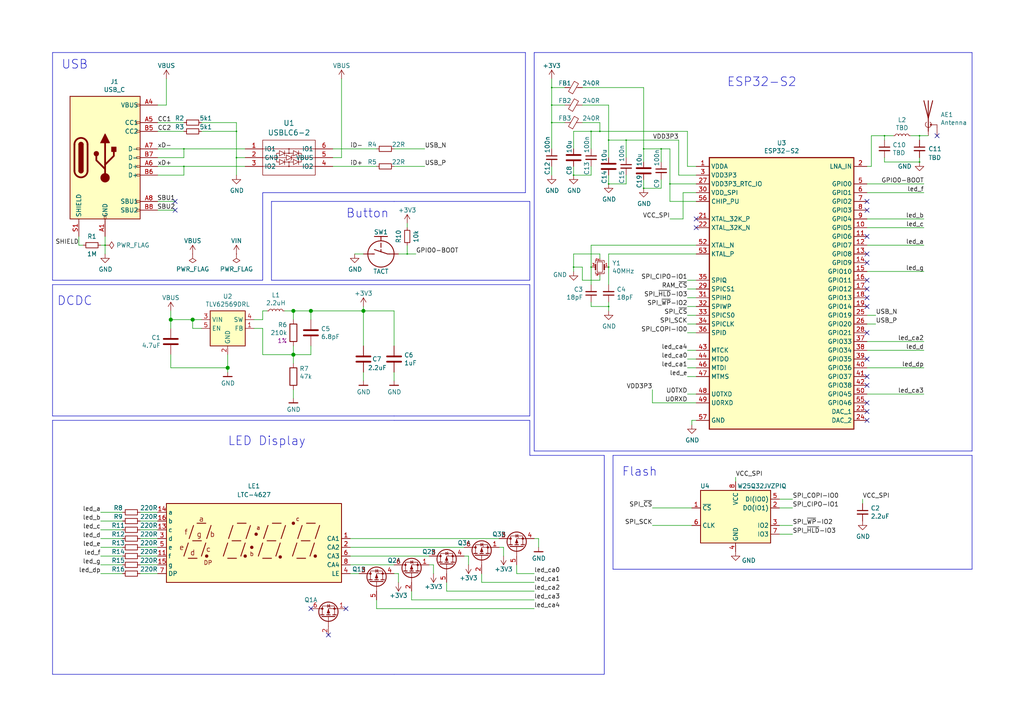
<source format=kicad_sch>
(kicad_sch (version 20201015) (generator eeschema)
  (page 1 1)
  (paper "A4")
  (title_block (title "Wizard Flute (CA)") (date "2020-12-05") (rev "r1.0") (company "GsD") (comment 3 "© 2020 Greg Davill <greg.davill@gmail.com>") (comment 4 "License: CERN OHL-P"))
  (junction (at 30.48 71.12) (diameter 0.3048))
  (junction (at 49.53 92.71) (diameter 1.016))
  (junction (at 53.34 43.18) (diameter 0.3048))
  (junction (at 53.34 48.26) (diameter 0.3048))
  (junction (at 55.88 92.71) (diameter 1.016))
  (junction (at 66.04 106.68) (diameter 1.016))
  (junction (at 68.58 38.1) (diameter 0.3048))
  (junction (at 68.58 45.72) (diameter 0.3048))
  (junction (at 85.09 90.17) (diameter 1))
  (junction (at 85.09 102.87) (diameter 1.016))
  (junction (at 90.17 90.17) (diameter 1))
  (junction (at 105.41 90.17) (diameter 1))
  (junction (at 118.11 73.66) (diameter 0.3048))
  (junction (at 160.02 25.4) (diameter 0.3048))
  (junction (at 160.02 30.48) (diameter 0.3048))
  (junction (at 160.02 35.56) (diameter 0.3048))
  (junction (at 166.37 50.8) (diameter 0.3048))
  (junction (at 166.37 77.47) (diameter 0.3048))
  (junction (at 171.45 38.1) (diameter 0.3048))
  (junction (at 171.45 77.47) (diameter 0.3048))
  (junction (at 173.99 38.1) (diameter 0.3048))
  (junction (at 176.53 40.64) (diameter 0.3048))
  (junction (at 176.53 53.34) (diameter 0.3048))
  (junction (at 176.53 77.47) (diameter 0.3048))
  (junction (at 176.53 88.9) (diameter 0.3048))
  (junction (at 181.61 40.64) (diameter 0.3048))
  (junction (at 186.69 43.18) (diameter 0.3048))
  (junction (at 186.69 54.61) (diameter 0.3048))
  (junction (at 191.77 43.18) (diameter 0.3048))
  (junction (at 194.31 53.34) (diameter 0.3048))
  (junction (at 256.54 39.37) (diameter 0.3048))
  (junction (at 266.7 39.37) (diameter 0.3048))
  (junction (at 266.7 46.99) (diameter 0.3048))
  (no_connect (at 95.25 184.15))
  (no_connect (at 251.46 81.28))
  (no_connect (at 50.8 60.96))
  (no_connect (at 251.46 68.58))
  (no_connect (at 251.46 83.82))
  (no_connect (at 201.93 63.5))
  (no_connect (at 50.8 58.42))
  (no_connect (at 251.46 73.66))
  (no_connect (at 251.46 60.96))
  (no_connect (at 271.78 39.37))
  (no_connect (at 251.46 111.76))
  (no_connect (at 251.46 121.92))
  (no_connect (at 251.46 116.84))
  (no_connect (at 251.46 104.14))
  (no_connect (at 251.46 119.38))
  (no_connect (at 90.17 176.53))
  (no_connect (at 100.33 176.53))
  (no_connect (at 251.46 58.42))
  (no_connect (at 251.46 109.22))
  (no_connect (at 251.46 76.2))
  (no_connect (at 251.46 88.9))
  (no_connect (at 251.46 96.52))
  (no_connect (at 201.93 66.04))
  (no_connect (at 251.46 86.36))
  (wire (pts (xy 22.86 68.58) (xy 22.86 71.12)))
  (wire (pts (xy 22.86 71.12) (xy 24.13 71.12)))
  (wire (pts (xy 29.21 71.12) (xy 30.48 71.12)))
  (wire (pts (xy 29.21 148.59) (xy 35.56 148.59)))
  (wire (pts (xy 29.21 151.13) (xy 35.56 151.13)))
  (wire (pts (xy 29.21 153.67) (xy 35.56 153.67)))
  (wire (pts (xy 29.21 156.21) (xy 35.56 156.21)))
  (wire (pts (xy 29.21 158.75) (xy 35.56 158.75)))
  (wire (pts (xy 29.21 161.29) (xy 35.56 161.29)))
  (wire (pts (xy 29.21 163.83) (xy 35.56 163.83)))
  (wire (pts (xy 29.21 166.37) (xy 35.56 166.37)))
  (wire (pts (xy 30.48 71.12) (xy 30.48 68.58)))
  (wire (pts (xy 30.48 71.12) (xy 30.48 73.66)))
  (wire (pts (xy 40.64 148.59) (xy 45.72 148.59)))
  (wire (pts (xy 40.64 151.13) (xy 45.72 151.13)))
  (wire (pts (xy 40.64 153.67) (xy 45.72 153.67)))
  (wire (pts (xy 40.64 156.21) (xy 45.72 156.21)))
  (wire (pts (xy 40.64 158.75) (xy 45.72 158.75)))
  (wire (pts (xy 40.64 161.29) (xy 45.72 161.29)))
  (wire (pts (xy 40.64 163.83) (xy 45.72 163.83)))
  (wire (pts (xy 40.64 166.37) (xy 45.72 166.37)))
  (wire (pts (xy 45.72 30.48) (xy 48.26 30.48)))
  (wire (pts (xy 45.72 35.56) (xy 53.34 35.56)))
  (wire (pts (xy 45.72 38.1) (xy 53.34 38.1)))
  (wire (pts (xy 45.72 43.18) (xy 53.34 43.18)))
  (wire (pts (xy 45.72 45.72) (xy 53.34 45.72)))
  (wire (pts (xy 45.72 48.26) (xy 53.34 48.26)))
  (wire (pts (xy 45.72 50.8) (xy 53.34 50.8)))
  (wire (pts (xy 45.72 58.42) (xy 50.8 58.42)))
  (wire (pts (xy 45.72 60.96) (xy 50.8 60.96)))
  (wire (pts (xy 48.26 30.48) (xy 48.26 22.86)))
  (wire (pts (xy 49.53 90.17) (xy 49.53 92.71)))
  (wire (pts (xy 49.53 92.71) (xy 49.53 95.25)))
  (wire (pts (xy 49.53 92.71) (xy 55.88 92.71)))
  (wire (pts (xy 49.53 102.87) (xy 49.53 106.68)))
  (wire (pts (xy 49.53 106.68) (xy 66.04 106.68)))
  (wire (pts (xy 53.34 43.18) (xy 71.12 43.18)))
  (wire (pts (xy 53.34 45.72) (xy 53.34 43.18)))
  (wire (pts (xy 53.34 48.26) (xy 71.12 48.26)))
  (wire (pts (xy 53.34 50.8) (xy 53.34 48.26)))
  (wire (pts (xy 55.88 92.71) (xy 58.42 92.71)))
  (wire (pts (xy 55.88 95.25) (xy 55.88 92.71)))
  (wire (pts (xy 58.42 35.56) (xy 68.58 35.56)))
  (wire (pts (xy 58.42 38.1) (xy 68.58 38.1)))
  (wire (pts (xy 58.42 95.25) (xy 55.88 95.25)))
  (wire (pts (xy 66.04 102.87) (xy 66.04 106.68)))
  (wire (pts (xy 66.04 106.68) (xy 66.04 107.95)))
  (wire (pts (xy 68.58 35.56) (xy 68.58 38.1)))
  (wire (pts (xy 68.58 38.1) (xy 68.58 45.72)))
  (wire (pts (xy 68.58 45.72) (xy 68.58 50.8)))
  (wire (pts (xy 71.12 45.72) (xy 68.58 45.72)))
  (wire (pts (xy 76.2 90.17) (xy 76.2 92.71)))
  (wire (pts (xy 76.2 90.17) (xy 77.47 90.17)))
  (wire (pts (xy 76.2 92.71) (xy 73.66 92.71)))
  (wire (pts (xy 76.2 95.25) (xy 73.66 95.25)))
  (wire (pts (xy 76.2 102.87) (xy 76.2 95.25)))
  (wire (pts (xy 82.55 90.17) (xy 85.09 90.17)))
  (wire (pts (xy 85.09 90.17) (xy 85.09 92.71)))
  (wire (pts (xy 85.09 90.17) (xy 90.17 90.17)))
  (wire (pts (xy 85.09 100.33) (xy 85.09 102.87)))
  (wire (pts (xy 85.09 102.87) (xy 76.2 102.87)))
  (wire (pts (xy 85.09 102.87) (xy 85.09 105.41)))
  (wire (pts (xy 85.09 113.03) (xy 85.09 115.57)))
  (wire (pts (xy 90.17 90.17) (xy 90.17 92.71)))
  (wire (pts (xy 90.17 90.17) (xy 105.41 90.17)))
  (wire (pts (xy 90.17 100.33) (xy 90.17 102.87)))
  (wire (pts (xy 90.17 102.87) (xy 85.09 102.87)))
  (wire (pts (xy 96.52 43.18) (xy 109.22 43.18)))
  (wire (pts (xy 96.52 45.72) (xy 99.06 45.72)))
  (wire (pts (xy 96.52 48.26) (xy 109.22 48.26)))
  (wire (pts (xy 99.06 45.72) (xy 99.06 22.86)))
  (wire (pts (xy 101.6 156.21) (xy 144.78 156.21)))
  (wire (pts (xy 101.6 158.75) (xy 134.62 158.75)))
  (wire (pts (xy 101.6 161.29) (xy 124.46 161.29)))
  (wire (pts (xy 101.6 163.83) (xy 114.3 163.83)))
  (wire (pts (xy 101.6 166.37) (xy 104.14 166.37)))
  (wire (pts (xy 105.41 73.66) (xy 102.87 73.66)))
  (wire (pts (xy 105.41 88.9) (xy 105.41 90.17)))
  (wire (pts (xy 105.41 90.17) (xy 105.41 100.33)))
  (wire (pts (xy 105.41 107.95) (xy 105.41 110.49)))
  (wire (pts (xy 109.22 176.53) (xy 109.22 173.99)))
  (wire (pts (xy 114.3 43.18) (xy 123.19 43.18)))
  (wire (pts (xy 114.3 48.26) (xy 123.19 48.26)))
  (wire (pts (xy 114.3 90.17) (xy 105.41 90.17)))
  (wire (pts (xy 114.3 90.17) (xy 114.3 100.33)))
  (wire (pts (xy 114.3 107.95) (xy 114.3 110.49)))
  (wire (pts (xy 114.3 166.37) (xy 115.57 166.37)))
  (wire (pts (xy 115.57 73.66) (xy 118.11 73.66)))
  (wire (pts (xy 115.57 166.37) (xy 115.57 168.91)))
  (wire (pts (xy 118.11 64.77) (xy 118.11 66.04)))
  (wire (pts (xy 118.11 73.66) (xy 118.11 71.12)))
  (wire (pts (xy 118.11 73.66) (xy 120.65 73.66)))
  (wire (pts (xy 119.38 173.99) (xy 119.38 171.45)))
  (wire (pts (xy 124.46 163.83) (xy 125.73 163.83)))
  (wire (pts (xy 125.73 163.83) (xy 125.73 166.37)))
  (wire (pts (xy 129.54 171.45) (xy 129.54 168.91)))
  (wire (pts (xy 134.62 161.29) (xy 135.89 161.29)))
  (wire (pts (xy 135.89 161.29) (xy 135.89 163.83)))
  (wire (pts (xy 139.7 168.91) (xy 139.7 166.37)))
  (wire (pts (xy 144.78 158.75) (xy 146.05 158.75)))
  (wire (pts (xy 146.05 158.75) (xy 146.05 161.29)))
  (wire (pts (xy 149.86 166.37) (xy 149.86 163.83)))
  (wire (pts (xy 154.94 156.21) (xy 156.21 156.21)))
  (wire (pts (xy 154.94 166.37) (xy 149.86 166.37)))
  (wire (pts (xy 154.94 168.91) (xy 139.7 168.91)))
  (wire (pts (xy 154.94 171.45) (xy 129.54 171.45)))
  (wire (pts (xy 154.94 173.99) (xy 119.38 173.99)))
  (wire (pts (xy 154.94 176.53) (xy 109.22 176.53)))
  (wire (pts (xy 156.21 156.21) (xy 156.21 158.75)))
  (wire (pts (xy 160.02 22.86) (xy 160.02 25.4)))
  (wire (pts (xy 160.02 25.4) (xy 160.02 30.48)))
  (wire (pts (xy 160.02 25.4) (xy 163.83 25.4)))
  (wire (pts (xy 160.02 30.48) (xy 160.02 35.56)))
  (wire (pts (xy 160.02 30.48) (xy 163.83 30.48)))
  (wire (pts (xy 160.02 35.56) (xy 160.02 43.18)))
  (wire (pts (xy 160.02 35.56) (xy 163.83 35.56)))
  (wire (pts (xy 160.02 50.8) (xy 160.02 48.26)))
  (wire (pts (xy 166.37 38.1) (xy 171.45 38.1)))
  (wire (pts (xy 166.37 43.18) (xy 166.37 38.1)))
  (wire (pts (xy 166.37 48.26) (xy 166.37 50.8)))
  (wire (pts (xy 166.37 50.8) (xy 171.45 50.8)))
  (wire (pts (xy 166.37 73.66) (xy 173.99 73.66)))
  (wire (pts (xy 166.37 77.47) (xy 166.37 73.66)))
  (wire (pts (xy 166.37 78.74) (xy 166.37 77.47)))
  (wire (pts (xy 168.91 25.4) (xy 186.69 25.4)))
  (wire (pts (xy 168.91 30.48) (xy 176.53 30.48)))
  (wire (pts (xy 168.91 35.56) (xy 173.99 35.56)))
  (wire (pts (xy 168.91 77.47) (xy 166.37 77.47)))
  (wire (pts (xy 168.91 81.28) (xy 168.91 77.47)))
  (wire (pts (xy 171.45 38.1) (xy 171.45 43.18)))
  (wire (pts (xy 171.45 38.1) (xy 173.99 38.1)))
  (wire (pts (xy 171.45 48.26) (xy 171.45 50.8)))
  (wire (pts (xy 171.45 71.12) (xy 201.93 71.12)))
  (wire (pts (xy 171.45 77.47) (xy 171.45 71.12)))
  (wire (pts (xy 171.45 82.55) (xy 171.45 77.47)))
  (wire (pts (xy 171.45 87.63) (xy 171.45 88.9)))
  (wire (pts (xy 171.45 88.9) (xy 176.53 88.9)))
  (wire (pts (xy 173.99 35.56) (xy 173.99 38.1)))
  (wire (pts (xy 173.99 73.66) (xy 173.99 74.93)))
  (wire (pts (xy 173.99 80.01) (xy 173.99 81.28)))
  (wire (pts (xy 173.99 81.28) (xy 168.91 81.28)))
  (wire (pts (xy 176.53 30.48) (xy 176.53 40.64)))
  (wire (pts (xy 176.53 40.64) (xy 181.61 40.64)))
  (wire (pts (xy 176.53 45.72) (xy 176.53 40.64)))
  (wire (pts (xy 176.53 50.8) (xy 176.53 53.34)))
  (wire (pts (xy 176.53 53.34) (xy 181.61 53.34)))
  (wire (pts (xy 176.53 73.66) (xy 176.53 77.47)))
  (wire (pts (xy 176.53 73.66) (xy 201.93 73.66)))
  (wire (pts (xy 176.53 82.55) (xy 176.53 77.47)))
  (wire (pts (xy 176.53 88.9) (xy 176.53 87.63)))
  (wire (pts (xy 176.53 88.9) (xy 176.53 90.17)))
  (wire (pts (xy 181.61 40.64) (xy 181.61 45.72)))
  (wire (pts (xy 181.61 50.8) (xy 181.61 53.34)))
  (wire (pts (xy 186.69 25.4) (xy 186.69 43.18)))
  (wire (pts (xy 186.69 43.18) (xy 191.77 43.18)))
  (wire (pts (xy 186.69 46.99) (xy 186.69 43.18)))
  (wire (pts (xy 186.69 52.07) (xy 186.69 54.61)))
  (wire (pts (xy 186.69 54.61) (xy 191.77 54.61)))
  (wire (pts (xy 189.23 113.03) (xy 189.23 116.84)))
  (wire (pts (xy 189.23 116.84) (xy 201.93 116.84)))
  (wire (pts (xy 189.23 147.32) (xy 200.66 147.32)))
  (wire (pts (xy 189.23 152.4) (xy 200.66 152.4)))
  (wire (pts (xy 191.77 43.18) (xy 191.77 46.99)))
  (wire (pts (xy 191.77 52.07) (xy 191.77 54.61)))
  (wire (pts (xy 194.31 43.18) (xy 191.77 43.18)))
  (wire (pts (xy 194.31 53.34) (xy 194.31 43.18)))
  (wire (pts (xy 194.31 58.42) (xy 194.31 53.34)))
  (wire (pts (xy 194.31 58.42) (xy 201.93 58.42)))
  (wire (pts (xy 194.31 63.5) (xy 198.12 63.5)))
  (wire (pts (xy 196.85 40.64) (xy 181.61 40.64)))
  (wire (pts (xy 196.85 50.8) (xy 196.85 40.64)))
  (wire (pts (xy 196.85 50.8) (xy 201.93 50.8)))
  (wire (pts (xy 198.12 55.88) (xy 201.93 55.88)))
  (wire (pts (xy 198.12 63.5) (xy 198.12 55.88)))
  (wire (pts (xy 199.39 38.1) (xy 173.99 38.1)))
  (wire (pts (xy 199.39 48.26) (xy 199.39 38.1)))
  (wire (pts (xy 199.39 101.6) (xy 201.93 101.6)))
  (wire (pts (xy 199.39 104.14) (xy 201.93 104.14)))
  (wire (pts (xy 199.39 106.68) (xy 201.93 106.68)))
  (wire (pts (xy 199.39 109.22) (xy 201.93 109.22)))
  (wire (pts (xy 200.66 121.92) (xy 201.93 121.92)))
  (wire (pts (xy 200.66 123.19) (xy 200.66 121.92)))
  (wire (pts (xy 201.93 48.26) (xy 199.39 48.26)))
  (wire (pts (xy 201.93 53.34) (xy 194.31 53.34)))
  (wire (pts (xy 201.93 81.28) (xy 199.39 81.28)))
  (wire (pts (xy 201.93 83.82) (xy 199.39 83.82)))
  (wire (pts (xy 201.93 86.36) (xy 199.39 86.36)))
  (wire (pts (xy 201.93 88.9) (xy 199.39 88.9)))
  (wire (pts (xy 201.93 91.44) (xy 199.39 91.44)))
  (wire (pts (xy 201.93 93.98) (xy 199.39 93.98)))
  (wire (pts (xy 201.93 96.52) (xy 199.39 96.52)))
  (wire (pts (xy 201.93 114.3) (xy 199.39 114.3)))
  (wire (pts (xy 213.36 138.43) (xy 213.36 139.7)))
  (wire (pts (xy 226.06 144.78) (xy 229.87 144.78)))
  (wire (pts (xy 226.06 147.32) (xy 229.87 147.32)))
  (wire (pts (xy 226.06 152.4) (xy 229.87 152.4)))
  (wire (pts (xy 226.06 154.94) (xy 229.87 154.94)))
  (wire (pts (xy 250.19 144.78) (xy 250.19 146.05)))
  (wire (pts (xy 251.46 48.26) (xy 252.73 48.26)))
  (wire (pts (xy 251.46 53.34) (xy 267.97 53.34)))
  (wire (pts (xy 251.46 55.88) (xy 267.97 55.88)))
  (wire (pts (xy 251.46 63.5) (xy 267.97 63.5)))
  (wire (pts (xy 251.46 66.04) (xy 267.97 66.04)))
  (wire (pts (xy 251.46 71.12) (xy 267.97 71.12)))
  (wire (pts (xy 251.46 78.74) (xy 267.97 78.74)))
  (wire (pts (xy 251.46 91.44) (xy 254 91.44)))
  (wire (pts (xy 251.46 93.98) (xy 254 93.98)))
  (wire (pts (xy 251.46 99.06) (xy 267.97 99.06)))
  (wire (pts (xy 251.46 101.6) (xy 267.97 101.6)))
  (wire (pts (xy 251.46 106.68) (xy 267.97 106.68)))
  (wire (pts (xy 251.46 114.3) (xy 267.97 114.3)))
  (wire (pts (xy 252.73 39.37) (xy 256.54 39.37)))
  (wire (pts (xy 252.73 48.26) (xy 252.73 39.37)))
  (wire (pts (xy 256.54 39.37) (xy 259.08 39.37)))
  (wire (pts (xy 256.54 40.64) (xy 256.54 39.37)))
  (wire (pts (xy 256.54 45.72) (xy 256.54 46.99)))
  (wire (pts (xy 256.54 46.99) (xy 266.7 46.99)))
  (wire (pts (xy 264.16 39.37) (xy 266.7 39.37)))
  (wire (pts (xy 266.7 39.37) (xy 266.7 40.64)))
  (wire (pts (xy 266.7 39.37) (xy 269.24 39.37)))
  (wire (pts (xy 266.7 45.72) (xy 266.7 46.99)))
  (polyline (pts (xy 15.24 15.24) (xy 152.4 15.24)) (stroke (width 0) (type solid)))
  (polyline (pts (xy 15.24 81.28) (xy 15.24 15.24)) (stroke (width 0) (type solid)))
  (polyline (pts (xy 15.24 82.55) (xy 15.24 120.65)) (stroke (width 0) (type solid)))
  (polyline (pts (xy 15.24 82.55) (xy 153.67 82.55)) (stroke (width 0) (type solid)))
  (polyline (pts (xy 15.24 121.92) (xy 114.3 121.92)) (stroke (width 0.152) (type solid)))
  (polyline (pts (xy 15.24 195.58) (xy 15.24 121.92)) (stroke (width 0) (type solid)))
  (polyline (pts (xy 76.2 55.88) (xy 76.2 81.28)) (stroke (width 0) (type solid)))
  (polyline (pts (xy 76.2 81.28) (xy 15.24 81.28)) (stroke (width 0) (type solid)))
  (polyline (pts (xy 78.74 81.28) (xy 78.74 58.42)) (stroke (width 0) (type solid)))
  (polyline (pts (xy 78.74 81.28) (xy 153.67 81.28)) (stroke (width 0) (type solid)))
  (polyline (pts (xy 114.3 58.42) (xy 78.74 58.42)) (stroke (width 0) (type solid)))
  (polyline (pts (xy 114.3 120.65) (xy 15.24 120.65)) (stroke (width 0) (type solid)))
  (polyline (pts (xy 114.3 195.58) (xy 15.24 195.58)) (stroke (width 0) (type solid)))
  (polyline (pts (xy 114.3 195.58) (xy 175.26 195.58)) (stroke (width 0) (type solid)))
  (polyline (pts (xy 152.4 15.24) (xy 152.4 55.88)) (stroke (width 0) (type solid)))
  (polyline (pts (xy 152.4 55.88) (xy 76.2 55.88)) (stroke (width 0) (type solid)))
  (polyline (pts (xy 153.67 58.42) (xy 114.3 58.42)) (stroke (width 0) (type solid)))
  (polyline (pts (xy 153.67 81.28) (xy 153.67 58.42)) (stroke (width 0) (type solid)))
  (polyline (pts (xy 153.67 82.55) (xy 153.67 120.65)) (stroke (width 0) (type solid)))
  (polyline (pts (xy 153.67 120.65) (xy 114.3 120.65)) (stroke (width 0) (type solid)))
  (polyline (pts (xy 153.67 121.92) (xy 114.3 121.92)) (stroke (width 0) (type solid)))
  (polyline (pts (xy 153.67 132.08) (xy 153.67 121.92)) (stroke (width 0) (type solid)))
  (polyline (pts (xy 154.94 15.24) (xy 281.94 15.24)) (stroke (width 0) (type solid)))
  (polyline (pts (xy 154.94 130.81) (xy 154.94 15.24)) (stroke (width 0) (type solid)))
  (polyline (pts (xy 175.26 132.08) (xy 153.67 132.08)) (stroke (width 0) (type solid)))
  (polyline (pts (xy 175.26 195.58) (xy 175.26 132.08)) (stroke (width 0) (type solid)))
  (polyline (pts (xy 177.8 132.08) (xy 281.94 132.08)) (stroke (width 0) (type solid)))
  (polyline (pts (xy 177.8 165.1) (xy 177.8 132.08)) (stroke (width 0) (type solid)))
  (polyline (pts (xy 281.94 15.24) (xy 281.94 130.81)) (stroke (width 0) (type solid)))
  (polyline (pts (xy 281.94 130.81) (xy 154.94 130.81)) (stroke (width 0) (type solid)))
  (polyline (pts (xy 281.94 132.08) (xy 281.94 165.1)) (stroke (width 0) (type solid)))
  (polyline (pts (xy 281.94 165.1) (xy 177.8 165.1)) (stroke (width 0) (type solid)))
  (text "DCDC" (at 16.51 88.9 0) (effects (font (size 2.54 2.54)) (justify left bottom)))
  (text "USB" (at 17.78 20.32 0) (effects (font (size 2.54 2.54)) (justify left bottom)))
  (text "LED Display" (at 66.04 129.54 0) (effects (font (size 2.54 2.54)) (justify left bottom)))
  (text "Button" (at 100.33 63.5 0) (effects (font (size 2.54 2.54)) (justify left bottom)))
  (text "Flash" (at 180.34 138.43 0) (effects (font (size 2.54 2.54)) (justify left bottom)))
  (text "ESP32-S2\n" (at 210.82 25.4 0) (effects (font (size 2.54 2.54)) (justify left bottom)))
  (label "SHIELD" (at 22.86 71.12 180))
  (label "led_a" (at 29.21 148.59 180))
  (label "led_b" (at 29.21 151.13 180))
  (label "led_c" (at 29.21 153.67 180))
  (label "led_d" (at 29.21 156.21 180))
  (label "led_e" (at 29.21 158.75 180))
  (label "led_f" (at 29.21 161.29 180))
  (label "led_g" (at 29.21 163.83 180))
  (label "led_dp" (at 29.21 166.37 180))
  (label "CC1" (at 45.72 35.56 0))
  (label "CC2" (at 45.72 38.1 0))
  (label "xD-" (at 45.72 43.18 0))
  (label "xD+" (at 45.72 48.26 0))
  (label "SBU1" (at 50.8 58.42 180))
  (label "SBU2" (at 50.8 60.96 180))
  (label "iD-" (at 101.6 43.18 0))
  (label "iD+" (at 101.6 48.26 0))
  (label "GPIO0-BOOT" (at 120.65 73.66 0))
  (label "USB_N" (at 123.19 43.18 0))
  (label "USB_P" (at 123.19 48.26 0))
  (label "led_ca0" (at 154.94 166.37 0))
  (label "led_ca1" (at 154.94 168.91 0))
  (label "led_ca2" (at 154.94 171.45 0))
  (label "led_ca3" (at 154.94 173.99 0))
  (label "led_ca4" (at 154.94 176.53 0))
  (label "VDD3P3" (at 189.23 113.03 180))
  (label "SPI_~CS" (at 189.23 147.32 180))
  (label "SPI_SCK" (at 189.23 152.4 180))
  (label "VCC_SPI" (at 194.31 63.5 180))
  (label "VDD3P3" (at 196.85 40.64 180))
  (label "SPI_CIPO-IO1" (at 199.39 81.28 180))
  (label "RAM_~CS" (at 199.39 83.82 180))
  (label "SPI_~HLD~-IO3" (at 199.39 86.36 180))
  (label "SPI_~WP~-IO2" (at 199.39 88.9 180))
  (label "SPI_~CS" (at 199.39 91.44 180))
  (label "SPI_SCK" (at 199.39 93.98 180))
  (label "SPI_COPI-IO0" (at 199.39 96.52 180))
  (label "led_ca4" (at 199.39 101.6 180))
  (label "led_ca0" (at 199.39 104.14 180))
  (label "led_ca1" (at 199.39 106.68 180))
  (label "led_e" (at 199.39 109.22 180))
  (label "U0TXD" (at 199.39 114.3 180))
  (label "U0RXD" (at 199.39 116.84 180))
  (label "VCC_SPI" (at 213.36 138.43 0))
  (label "SPI_COPI-IO0" (at 229.87 144.78 0))
  (label "SPI_CIPO-IO1" (at 229.87 147.32 0))
  (label "SPI_~WP~-IO2" (at 229.87 152.4 0))
  (label "SPI_~HLD~-IO3" (at 229.87 154.94 0))
  (label "VCC_SPI" (at 250.19 144.78 0))
  (label "USB_N" (at 254 91.44 0))
  (label "USB_P" (at 254 93.98 0))
  (label "GPIO0-BOOT" (at 267.97 53.34 180))
  (label "led_f" (at 267.97 55.88 180))
  (label "led_b" (at 267.97 63.5 180))
  (label "led_c" (at 267.97 66.04 180))
  (label "led_a" (at 267.97 71.12 180))
  (label "led_g" (at 267.97 78.74 180))
  (label "led_ca2" (at 267.97 99.06 180))
  (label "led_d" (at 267.97 101.6 180))
  (label "led_dp" (at 267.97 106.68 180))
  (label "led_ca3" (at 267.97 114.3 180))
  (symbol (lib_id "Device:L_Small") (at 80.01 90.17 90) (unit 1)
    (property "Reference" "L1" (at 80.01 85.5788 90))
    (property "Value" "2.2uH" (at 80.01 87.8775 90))
    (property "Footprint" "Inductor_SMD:L_0805_2012Metric" (effects hide))
    (property "Mfg" "Sunltech Tech" (effects hide))
    (property "PN" "SLM20122R2MIT" (effects hide))
  )
  (symbol (lib_name "Device:L_Small_1") (lib_id "Device:L_Small") (at 261.62 39.37 90) (unit 1)
    (property "Reference" "L2" (at 261.62 34.7788 90))
    (property "Value" "TBD" (at 261.62 37.0775 90))
    (property "Footprint" "Inductor_SMD:L_0402_1005Metric" (effects hide))
  )
  (symbol (lib_id "power:PWR_FLAG") (at 30.48 71.12 270) (unit 1)
    (property "Reference" "#FLG0101" (effects hide))
    (property "Value" "PWR_FLAG" (at 33.7312 71.12 90) (effects (justify left)))
  )
  (symbol (lib_id "power:PWR_FLAG") (at 55.88 73.66 180) (unit 1)
    (property "Reference" "#FLG0102" (effects hide))
    (property "Value" "PWR_FLAG" (at 55.88 78.0542 0))
  )
  (symbol (lib_id "power:PWR_FLAG") (at 68.58 73.66 180) (unit 1)
    (property "Reference" "#FLG0103" (effects hide))
    (property "Value" "PWR_FLAG" (at 68.58 78.0542 0))
  )
  (symbol (lib_id "gkl_power:GND") (at 66.04 107.95 0) (unit 1)
    (property "Reference" "#PWR0112" (effects hide))
    (property "Value" "GND" (at 66.1162 111.1504 0))
  )
  (symbol (lib_id "gkl_power:GND") (at 85.09 115.57 0) (unit 1)
    (property "Reference" "#PWR0106" (effects hide))
    (property "Value" "GND" (at 85.1662 118.7704 0))
  )
  (symbol (lib_id "gkl_power:GND") (at 105.41 110.49 0) (unit 1)
    (property "Reference" "#PWR0134" (effects hide))
    (property "Value" "GND" (at 105.4862 113.6904 0))
  )
  (symbol (lib_id "gkl_power:GND") (at 114.3 110.49 0) (unit 1)
    (property "Reference" "#PWR0116" (effects hide))
    (property "Value" "GND" (at 114.3762 113.6904 0))
  )
  (symbol (lib_id "gkl_power:GND") (at 156.21 158.75 0) (unit 1)
    (property "Reference" "#PWR0115" (effects hide))
    (property "Value" "GND" (at 156.2862 161.9504 0))
  )
  (symbol (lib_id "power:VBUS") (at 48.26 22.86 0) (unit 1)
    (property "Reference" "#PWR0104" (effects hide))
    (property "Value" "VBUS" (at 48.26 19.05 0))
  )
  (symbol (lib_id "power:VBUS") (at 49.53 90.17 0) (unit 1)
    (property "Reference" "#PWR0102" (effects hide))
    (property "Value" "VBUS" (at 49.53 86.36 0))
  )
  (symbol (lib_id "power:VBUS") (at 55.88 73.66 0) (unit 1)
    (property "Reference" "#PWR0122" (effects hide))
    (property "Value" "VBUS" (at 55.88 69.85 0))
  )
  (symbol (lib_id "icebreaker-bitsy-rescue:VIN-pkl_power") (at 68.58 73.66 0) (unit 1)
    (property "Reference" "#PWR0123" (effects hide))
    (property "Value" "VIN" (at 68.58 69.85 0))
  )
  (symbol (lib_id "power:VBUS") (at 99.06 22.86 0) (unit 1)
    (property "Reference" "#PWR0105" (effects hide))
    (property "Value" "VBUS" (at 99.06 19.05 0))
  )
  (symbol (lib_id "power:+3V3") (at 105.41 88.9 0) (unit 1)
    (property "Reference" "#PWR0136" (effects hide))
    (property "Value" "+3V3" (at 105.41 85.09 0))
  )
  (symbol (lib_id "power:+3V3") (at 115.57 168.91 180) (unit 1)
    (property "Reference" "#PWR0110" (effects hide))
    (property "Value" "+3V3" (at 115.57 172.72 0))
  )
  (symbol (lib_id "power:+3V3") (at 118.11 64.77 0) (unit 1)
    (property "Reference" "#PWR0139" (effects hide))
    (property "Value" "+3V3" (at 118.11 60.96 0))
  )
  (symbol (lib_id "power:+3V3") (at 125.73 166.37 180) (unit 1)
    (property "Reference" "#PWR0108" (effects hide))
    (property "Value" "+3V3" (at 125.73 170.18 0))
  )
  (symbol (lib_id "power:+3V3") (at 135.89 163.83 180) (unit 1)
    (property "Reference" "#PWR0109" (effects hide))
    (property "Value" "+3V3" (at 135.89 167.64 0))
  )
  (symbol (lib_id "power:+3V3") (at 146.05 161.29 180) (unit 1)
    (property "Reference" "#PWR0111" (effects hide))
    (property "Value" "+3V3" (at 146.05 165.1 0))
  )
  (symbol (lib_id "power:+3V3") (at 160.02 22.86 0) (unit 1)
    (property "Reference" "#PWR043" (effects hide))
    (property "Value" "+3V3" (at 160.02 19.05 0))
  )
  (symbol (lib_id "power:GND") (at 30.48 73.66 0) (unit 1)
    (property "Reference" "#PWR06" (effects hide))
    (property "Value" "GND" (at 30.607 78.1304 0))
  )
  (symbol (lib_id "power:GND") (at 68.58 50.8 0) (unit 1)
    (property "Reference" "#PWR0103" (effects hide))
    (property "Value" "GND" (at 68.707 55.2704 0))
  )
  (symbol (lib_id "power:GND") (at 102.87 73.66 0) (unit 1)
    (property "Reference" "#PWR0117" (effects hide))
    (property "Value" "GND" (at 102.997 78.1304 0))
  )
  (symbol (lib_id "power:GND") (at 160.02 50.8 0) (unit 1)
    (property "Reference" "#PWR0118" (effects hide))
    (property "Value" "GND" (at 160.147 55.2704 0))
  )
  (symbol (lib_id "power:GND") (at 166.37 50.8 0) (unit 1)
    (property "Reference" "#PWR0138" (effects hide))
    (property "Value" "GND" (at 166.497 55.2704 0))
  )
  (symbol (lib_id "power:GND") (at 166.37 78.74 0) (unit 1)
    (property "Reference" "#PWR0119" (effects hide))
    (property "Value" "GND" (at 164.465 79.6925 0) (effects (justify right)))
  )
  (symbol (lib_id "power:GND") (at 176.53 53.34 0) (unit 1)
    (property "Reference" "#PWR0137" (effects hide))
    (property "Value" "GND" (at 176.657 57.8104 0))
  )
  (symbol (lib_id "power:GND") (at 176.53 90.17 0) (unit 1)
    (property "Reference" "#PWR0101" (effects hide))
    (property "Value" "GND" (at 176.657 94.6404 0))
  )
  (symbol (lib_id "power:GND") (at 186.69 54.61 0) (unit 1)
    (property "Reference" "#PWR036" (effects hide))
    (property "Value" "GND" (at 186.817 59.0804 0))
  )
  (symbol (lib_id "power:GND") (at 200.66 123.19 0) (unit 1)
    (property "Reference" "#PWR0107" (effects hide))
    (property "Value" "GND" (at 200.787 127.6604 0))
  )
  (symbol (lib_id "power:GND") (at 213.36 160.02 0) (unit 1)
    (property "Reference" "#PWR0132" (effects hide))
    (property "Value" "GND" (at 217.17 162.56 0))
  )
  (symbol (lib_id "power:GND") (at 250.19 151.13 0) (unit 1)
    (property "Reference" "#PWR0113" (effects hide))
    (property "Value" "GND" (at 250.317 155.6004 0))
  )
  (symbol (lib_id "power:GND") (at 266.7 46.99 0) (unit 1)
    (property "Reference" "#PWR0124" (effects hide))
    (property "Value" "GND" (at 260.35 48.26 0) (effects (justify left)))
  )
  (symbol (lib_id "icebreaker-bitsy-rescue:pkl_R_Small-pkl_device") (at 26.67 71.12 270) (unit 1)
    (property "Reference" "R1" (at 26.67 68.58 90))
    (property "Value" "1M" (at 26.67 73.66 90))
    (property "Footprint" "Resistor_SMD:R_0402_1005Metric" (effects hide))
    (property "Mfg" "Yageo" (effects hide))
    (property "PN" "RC0402FR-071ML" (effects hide))
  )
  (symbol (lib_id "icebreaker-bitsy-rescue:pkl_R_Small-pkl_device") (at 38.1 148.59 270) (unit 1)
    (property "Reference" "R8" (at 34.29 147.32 90))
    (property "Value" "220R" (at 43.18 147.32 90))
    (property "Footprint" "Resistor_SMD:R_0402_1005Metric" (effects hide))
    (property "Mfg" "Yageo" (effects hide))
    (property "PN" "RC0402FR-0722RL" (effects hide))
  )
  (symbol (lib_id "icebreaker-bitsy-rescue:pkl_R_Small-pkl_device") (at 38.1 151.13 270) (unit 1)
    (property "Reference" "R9" (at 34.29 149.86 90))
    (property "Value" "220R" (at 43.18 149.86 90))
    (property "Footprint" "Resistor_SMD:R_0402_1005Metric" (effects hide))
    (property "Mfg" "Yageo" (effects hide))
    (property "PN" "RC0402FR-0722RL" (effects hide))
  )
  (symbol (lib_id "icebreaker-bitsy-rescue:pkl_R_Small-pkl_device") (at 38.1 153.67 270) (unit 1)
    (property "Reference" "R11" (at 34.29 152.4 90))
    (property "Value" "220R" (at 43.18 152.4 90))
    (property "Footprint" "Resistor_SMD:R_0402_1005Metric" (effects hide))
    (property "Mfg" "Yageo" (effects hide))
    (property "PN" "RC0402FR-0722RL" (effects hide))
  )
  (symbol (lib_id "icebreaker-bitsy-rescue:pkl_R_Small-pkl_device") (at 38.1 156.21 270) (unit 1)
    (property "Reference" "R12" (at 34.29 154.94 90))
    (property "Value" "220R" (at 43.18 154.94 90))
    (property "Footprint" "Resistor_SMD:R_0402_1005Metric" (effects hide))
    (property "Mfg" "Yageo" (effects hide))
    (property "PN" "RC0402FR-0722RL" (effects hide))
  )
  (symbol (lib_id "icebreaker-bitsy-rescue:pkl_R_Small-pkl_device") (at 38.1 158.75 270) (unit 1)
    (property "Reference" "R13" (at 34.29 157.48 90))
    (property "Value" "220R" (at 43.18 157.48 90))
    (property "Footprint" "Resistor_SMD:R_0402_1005Metric" (effects hide))
    (property "Mfg" "Yageo" (effects hide))
    (property "PN" "RC0402FR-0722RL" (effects hide))
  )
  (symbol (lib_id "icebreaker-bitsy-rescue:pkl_R_Small-pkl_device") (at 38.1 161.29 270) (unit 1)
    (property "Reference" "R14" (at 34.29 160.02 90))
    (property "Value" "220R" (at 43.18 160.02 90))
    (property "Footprint" "Resistor_SMD:R_0402_1005Metric" (effects hide))
    (property "Mfg" "Yageo" (effects hide))
    (property "PN" "RC0402FR-0722RL" (effects hide))
  )
  (symbol (lib_id "icebreaker-bitsy-rescue:pkl_R_Small-pkl_device") (at 38.1 163.83 270) (unit 1)
    (property "Reference" "R15" (at 34.29 162.56 90))
    (property "Value" "220R" (at 43.18 162.56 90))
    (property "Footprint" "Resistor_SMD:R_0402_1005Metric" (effects hide))
    (property "Mfg" "Yageo" (effects hide))
    (property "PN" "RC0402FR-0722RL" (effects hide))
  )
  (symbol (lib_id "icebreaker-bitsy-rescue:pkl_R_Small-pkl_device") (at 38.1 166.37 270) (unit 1)
    (property "Reference" "R16" (at 34.29 165.1 90))
    (property "Value" "220R" (at 43.18 165.1 90))
    (property "Footprint" "Resistor_SMD:R_0402_1005Metric" (effects hide))
    (property "Mfg" "Yageo" (effects hide))
    (property "PN" "RC0402FR-0722RL" (effects hide))
  )
  (symbol (lib_id "icebreaker-bitsy-rescue:pkl_R_Small-pkl_device") (at 55.88 35.56 270) (unit 1)
    (property "Reference" "R2" (at 52.07 34.29 90))
    (property "Value" "5k1" (at 59.69 34.29 90))
    (property "Footprint" "Resistor_SMD:R_0402_1005Metric" (effects hide))
    (property "Mfg" "Yageo" (effects hide))
    (property "PN" "RC0402FR-075K1L" (effects hide))
  )
  (symbol (lib_id "icebreaker-bitsy-rescue:pkl_R_Small-pkl_device") (at 55.88 38.1 270) (unit 1)
    (property "Reference" "R3" (at 52.07 36.83 90))
    (property "Value" "5k1" (at 59.69 36.83 90))
    (property "Footprint" "Resistor_SMD:R_0402_1005Metric" (effects hide))
    (property "Mfg" "Yageo" (effects hide))
    (property "PN" "RC0402FR-075K1L" (effects hide))
  )
  (symbol (lib_id "icebreaker-bitsy-rescue:pkl_R_Small-pkl_device") (at 111.76 43.18 270) (unit 1)
    (property "Reference" "R4" (at 107.95 41.91 90))
    (property "Value" "22R" (at 115.57 41.91 90))
    (property "Footprint" "Resistor_SMD:R_0402_1005Metric" (effects hide))
    (property "Mfg" "Yageo" (effects hide))
    (property "PN" "RC0402FR-0722RL" (effects hide))
  )
  (symbol (lib_id "icebreaker-bitsy-rescue:pkl_R_Small-pkl_device") (at 111.76 48.26 270) (unit 1)
    (property "Reference" "R5" (at 107.95 46.99 90))
    (property "Value" "22R" (at 115.57 46.99 90))
    (property "Footprint" "Resistor_SMD:R_0402_1005Metric" (effects hide))
    (property "Mfg" "Yageo" (effects hide))
    (property "PN" "RC0402FR-0722RL" (effects hide))
  )
  (symbol (lib_id "icebreaker-bitsy-rescue:pkl_R_Small-pkl_device") (at 118.11 68.58 180) (unit 1)
    (property "Reference" "R10" (at 115.57 68.58 90))
    (property "Value" "10k" (at 120.65 68.58 90))
    (property "Footprint" "Resistor_SMD:R_0402_1005Metric" (effects hide))
    (property "Mfg" "Yageo" (effects hide))
    (property "PN" "RC0402FR-0710KL" (effects hide))
  )
  (symbol (lib_name "Device:R_3") (lib_id "Device:R") (at 85.09 96.52 180) (unit 1)
    (property "Reference" "R6" (at 83.312 94.2213 0) (effects (justify left)))
    (property "Value" "210k" (at 83.312 96.52 0) (effects (justify left)))
    (property "Footprint" "Resistor_SMD:R_0402_1005Metric" (effects hide))
    (property "PN" "RC0402FR-07210KL" (effects hide))
    (property "Mfg" "Yageo" (effects hide))
    (property "Tol" "1%" (at 83.312 98.8187 0) (effects (justify left)))
  )
  (symbol (lib_name "Device:R_4") (lib_id "Device:R") (at 85.09 109.22 180) (unit 1)
    (property "Reference" "R7" (at 86.8681 106.9213 0) (effects (justify right)))
    (property "Value" "47k" (at 86.8681 109.22 0) (effects (justify right)))
    (property "Footprint" "Resistor_SMD:R_0402_1005Metric" (effects hide))
    (property "PN" "RC0402FR-0747KL" (effects hide))
    (property "Mfg" "Yageo" (effects hide))
  )
  (symbol (lib_id "icebreaker-bitsy-rescue:pkl_C_Small-pkl_device") (at 160.02 45.72 0) (mirror y) (unit 1)
    (property "Reference" "C12" (at 158.75 50.8 90) (effects (justify left)))
    (property "Value" "100n" (at 158.75 44.45 90) (effects (justify left)))
    (property "Footprint" "Capacitor_SMD:C_0402_1005Metric" (effects hide))
    (property "Mfg" "Yageo" (effects hide))
    (property "PN" "CC0402ZRY5V7BB104" (effects hide))
  )
  (symbol (lib_id "icebreaker-bitsy-rescue:pkl_C_Small-pkl_device") (at 171.45 45.72 0) (mirror y) (unit 1)
    (property "Reference" "C13" (at 170.18 50.8 90) (effects (justify left)))
    (property "Value" "100n" (at 170.18 44.45 90) (effects (justify left)))
    (property "Footprint" "Capacitor_SMD:C_0402_1005Metric" (effects hide))
    (property "Mfg" "Yageo" (effects hide))
    (property "PN" "CC0402ZRY5V7BB104" (effects hide))
  )
  (symbol (lib_id "icebreaker-bitsy-rescue:pkl_C_Small-pkl_device") (at 171.45 85.09 0) (mirror x) (unit 1)
    (property "Reference" "C3" (at 169.1259 83.9406 0) (effects (justify right)))
    (property "Value" "18pF" (at 169.1259 86.2393 0) (effects (justify right)))
    (property "Footprint" "Capacitor_SMD:C_0402_1005Metric" (effects hide))
    (property "Mfg" "Yageo" (effects hide))
    (property "PN" "CC0402GRNPO9BN180" (effects hide))
  )
  (symbol (lib_id "icebreaker-bitsy-rescue:pkl_C_Small-pkl_device") (at 176.53 85.09 0) (mirror x) (unit 1)
    (property "Reference" "C4" (at 178.8542 83.9406 0) (effects (justify left)))
    (property "Value" "18pF" (at 178.8542 86.2393 0) (effects (justify left)))
    (property "Footprint" "Capacitor_SMD:C_0402_1005Metric" (effects hide))
    (property "Mfg" "Yageo" (effects hide))
    (property "PN" "CC0402GRNPO9BN180" (effects hide))
  )
  (symbol (lib_id "icebreaker-bitsy-rescue:pkl_C_Small-pkl_device") (at 181.61 48.26 0) (mirror y) (unit 1)
    (property "Reference" "C15" (at 180.34 53.34 90) (effects (justify left)))
    (property "Value" "100n" (at 180.34 46.99 90) (effects (justify left)))
    (property "Footprint" "Capacitor_SMD:C_0402_1005Metric" (effects hide))
    (property "Mfg" "Yageo" (effects hide))
    (property "PN" "CC0402ZRY5V7BB104" (effects hide))
  )
  (symbol (lib_id "icebreaker-bitsy-rescue:pkl_C_Small-pkl_device") (at 191.77 49.53 0) (mirror y) (unit 1)
    (property "Reference" "C9" (at 190.5 54.61 90) (effects (justify left)))
    (property "Value" "100n" (at 190.5 48.26 90) (effects (justify left)))
    (property "Footprint" "Capacitor_SMD:C_0402_1005Metric" (effects hide))
    (property "Mfg" "Yageo" (effects hide))
    (property "PN" "CC0402ZRY5V7BB104" (effects hide))
  )
  (symbol (lib_id "icebreaker-bitsy-rescue:pkl_C_Small-pkl_device") (at 250.19 148.59 0) (unit 1)
    (property "Reference" "C2" (at 252.5268 147.3962 0) (effects (justify left)))
    (property "Value" "2.2uF" (at 252.5268 149.7584 0) (effects (justify left)))
    (property "Footprint" "Capacitor_SMD:C_0402_1005Metric" (effects hide))
    (property "Mfg" "Yageo" (effects hide))
    (property "PN" "CC0402MRX5R5BB225" (effects hide))
  )
  (symbol (lib_id "icebreaker-bitsy-rescue:pkl_C_Small-pkl_device") (at 256.54 43.18 0) (mirror y) (unit 1)
    (property "Reference" "C10" (at 258.8642 42.0306 0) (effects (justify right)))
    (property "Value" "TBD" (at 258.8642 44.3293 0) (effects (justify right)))
    (property "Footprint" "Capacitor_SMD:C_0402_1005Metric" (effects hide))
    (property "Source" "ANY" (effects hide))
  )
  (symbol (lib_id "icebreaker-bitsy-rescue:pkl_C_Small-pkl_device") (at 266.7 43.18 0) (mirror y) (unit 1)
    (property "Reference" "C11" (at 269.24 43.18 0) (effects (justify right)))
    (property "Value" "TBD" (at 269.24 45.72 0) (effects (justify right)))
    (property "Footprint" "Capacitor_SMD:C_0402_1005Metric" (effects hide))
    (property "Source" "ANY" (effects hide))
  )
  (symbol (lib_id "Device:Ferrite_Bead_Small") (at 166.37 25.4 90) (unit 1)
    (property "Reference" "FB1" (at 163.83 24.13 90))
    (property "Value" "240R" (at 171.45 24.13 90))
    (property "Footprint" "Inductor_SMD:L_0402_1005Metric" (effects hide))
    (property "Mfg" "Murata Electronics" (effects hide))
    (property "PN" "BLM15BC241SN1D" (effects hide))
  )
  (symbol (lib_id "Device:Ferrite_Bead_Small") (at 166.37 30.48 90) (unit 1)
    (property "Reference" "FB2" (at 163.83 29.21 90))
    (property "Value" "240R" (at 171.45 29.21 90))
    (property "Footprint" "Inductor_SMD:L_0402_1005Metric" (effects hide))
    (property "Mfg" "Murata Electronics" (effects hide))
    (property "PN" "BLM15BC241SN1D" (effects hide))
  )
  (symbol (lib_id "Device:Ferrite_Bead_Small") (at 166.37 35.56 90) (unit 1)
    (property "Reference" "FB3" (at 163.83 34.29 90))
    (property "Value" "240R" (at 171.45 34.29 90))
    (property "Footprint" "Inductor_SMD:L_0402_1005Metric" (effects hide))
    (property "Mfg" "Murata Electronics" (effects hide))
    (property "PN" "BLM15BC241SN1D" (effects hide))
  )
  (symbol (lib_id "icebreaker-bitsy-rescue:pkl_C-pkl_device") (at 166.37 45.72 0) (mirror y) (unit 1)
    (property "Reference" "C8" (at 165.1 50.8 90) (effects (justify left)))
    (property "Value" "10u" (at 165.1 44.45 90) (effects (justify left)))
    (property "Footprint" "Capacitor_SMD:C_0603_1608Metric" (effects hide))
    (property "Mfg" "Yageo" (effects hide))
    (property "PN" "CC0603KRX5R5BB106" (effects hide))
  )
  (symbol (lib_id "icebreaker-bitsy-rescue:pkl_C-pkl_device") (at 176.53 48.26 0) (mirror y) (unit 1)
    (property "Reference" "C14" (at 175.26 53.34 90) (effects (justify left)))
    (property "Value" "10u" (at 175.26 46.99 90) (effects (justify left)))
    (property "Footprint" "Capacitor_SMD:C_0603_1608Metric" (effects hide))
    (property "Mfg" "Yageo" (effects hide))
    (property "PN" "CC0603KRX5R5BB106" (effects hide))
  )
  (symbol (lib_id "icebreaker-bitsy-rescue:pkl_C-pkl_device") (at 186.69 49.53 0) (mirror y) (unit 1)
    (property "Reference" "C19" (at 185.42 54.61 90) (effects (justify left)))
    (property "Value" "10u" (at 185.42 48.26 90) (effects (justify left)))
    (property "Footprint" "Capacitor_SMD:C_0603_1608Metric" (effects hide))
    (property "Mfg" "Yageo" (effects hide))
    (property "PN" "CC0603KRX5R5BB106" (effects hide))
  )
  (symbol (lib_id "Device:Crystal_GND24_Small") (at 173.99 77.47 180) (unit 1)
    (property "Reference" "Y1" (at 177.5461 76.3206 0) (effects (justify right)))
    (property "Value" "40MHz" (at 177.5461 78.6193 0) (effects (justify right)))
    (property "Footprint" "led-clock:Crystal_SMD_4Pin_2.0x1.6mm" (effects hide))
    (property "Mfg" "TKD" (effects hide))
    (property "PN" "SX20Y040000BC1T" (effects hide))
  )
  (symbol (lib_id "Device:C") (at 49.53 99.06 0) (mirror y) (unit 1)
    (property "Reference" "C1" (at 46.609 97.917 0) (effects (justify left)))
    (property "Value" "4.7uF" (at 46.609 100.203 0) (effects (justify left)))
    (property "Footprint" "Capacitor_SMD:C_0402_1005Metric" (effects hide))
    (property "Mfg" "Yageo" (effects hide))
    (property "PN" "CC0402KRX5R6BB475" (effects hide))
  )
  (symbol (lib_id "Device:C") (at 90.17 96.52 0) (unit 1)
    (property "Reference" "C5" (at 93.0911 95.3706 0) (effects (justify left)))
    (property "Value" "6.8pF" (at 93.0911 97.6693 0) (effects (justify left)))
    (property "Footprint" "Capacitor_SMD:C_0402_1005Metric" (effects hide))
    (property "Mfg" "Yageo" (effects hide))
    (property "PN" "CC0402CRNPO9BN6R8" (effects hide))
  )
  (symbol (lib_name "Device:C_1") (lib_id "Device:C") (at 105.41 104.14 0) (unit 1)
    (property "Reference" "C7" (at 107.95 104.14 0) (effects (justify left)))
    (property "Value" "2.2uF" (at 106.68 106.68 0) (effects (justify left)))
    (property "Footprint" "Capacitor_SMD:C_0402_1005Metric" (effects hide))
    (property "Mfg" "Yageo" (effects hide))
    (property "PN" "CC0402MRX5R5BB225" (effects hide))
  )
  (symbol (lib_id "Device:C") (at 114.3 104.14 0) (mirror y) (unit 1)
    (property "Reference" "C6" (at 117.221 102.997 0) (effects (justify right)))
    (property "Value" "1uF" (at 117.221 105.283 0) (effects (justify right)))
    (property "Footprint" "Capacitor_SMD:C_0402_1005Metric" (effects hide))
    (property "Mfg" "Yageo" (effects hide))
    (property "PN" "CC0402KRX5R6BB105" (effects hide))
  )
  (symbol (lib_id "Device:Antenna_Shield") (at 269.24 34.29 0) (unit 1)
    (property "Reference" "AE1" (at 272.7961 33.2676 0) (effects (justify left)))
    (property "Value" "Antenna" (at 272.7961 35.5663 0) (effects (justify left)))
    (property "Footprint" "led-clock:Ant_3216" (effects hide))
    (property "Mfg" "Sunlord" (effects hide))
    (property "PN" "SLDA31-2R400G-S2TF" (effects hide))
  )
  (symbol (lib_id "icebreaker-bitsy-rescue:TACT-pkl_misc") (at 110.49 73.66 0) (mirror y) (unit 1)
    (property "Reference" "SW1" (at 110.49 67.31 0))
    (property "Value" "TACT" (at 110.49 78.74 0))
    (property "Footprint" "pkl_buttons_switches:SW_SPST_3x4x2.5" (effects hide))
  )
  (symbol (lib_id "Device:Q_DUAL_PMOS_S1G1D2S2G2D1") (at 95.25 179.07 90) (unit 1)
    (property "Reference" "Q1" (at 90.17 173.99 90))
    (property "Value" "NTZD3152P" (effects hide))
    (property "Footprint" "led-clock:SOT-666" (effects hide))
  )
  (symbol (lib_id "Device:Q_DUAL_PMOS_S1G1D2S2G2D1") (at 109.22 168.91 90) (unit 2)
    (property "Reference" "Q1" (at 104.14 165.1 90))
    (property "Value" "NTZD3152P" (effects hide))
    (property "Footprint" "led-clock:SOT-666" (effects hide))
  )
  (symbol (lib_id "Device:Q_DUAL_PMOS_S1G1D2S2G2D1") (at 119.38 166.37 90) (unit 1)
    (property "Reference" "Q2" (at 114.3 162.56 90))
    (property "Value" "NTZD3152P" (effects hide))
    (property "Footprint" "led-clock:SOT-666" (effects hide))
  )
  (symbol (lib_id "Device:Q_DUAL_PMOS_S1G1D2S2G2D1") (at 129.54 163.83 90) (unit 2)
    (property "Reference" "Q2" (at 124.46 160.02 90))
    (property "Value" "NTZD3152P" (effects hide))
    (property "Footprint" "led-clock:SOT-666" (effects hide))
  )
  (symbol (lib_id "Device:Q_DUAL_PMOS_S1G1D2S2G2D1") (at 139.7 161.29 90) (unit 1)
    (property "Reference" "Q3" (at 134.62 157.48 90))
    (property "Value" "NTZD3152P" (effects hide))
    (property "Footprint" "led-clock:SOT-666" (effects hide))
  )
  (symbol (lib_id "Device:Q_DUAL_PMOS_S1G1D2S2G2D1") (at 149.86 158.75 90) (unit 2)
    (property "Reference" "Q3" (at 144.78 154.94 90))
    (property "Value" "NTZD3152P" (effects hide))
    (property "Footprint" "led-clock:SOT-666" (effects hide))
  )
  (symbol (lib_id "Regulator_Switching:TLV62569DRL") (at 66.04 95.25 0) (unit 1)
    (property "Reference" "U2" (at 66.04 85.9598 0))
    (property "Value" "TLV62569DRL" (at 66.04 88.2585 0))
    (property "Footprint" "led-clock:SOT-666" (effects hide))
    (property "Datasheet" "http://www.ti.com/lit/ds/symlink/tlv62569.pdf" (effects hide))
    (property "Mfg" "Texas Instruments" (effects hide))
    (property "PN" "TLV62569DRLR" (effects hide))
  )
  (symbol (lib_id "icebreaker-bitsy-rescue:USBLC6-2-pkl_misc") (at 83.82 45.72 0) (unit 1)
    (property "Reference" "U1" (at 83.82 35.687 0) (effects (font (size 1.524 1.524))))
    (property "Value" "USBLC6-2" (at 83.82 38.481 0) (effects (font (size 1.524 1.524))))
    (property "Footprint" "led-clock:SOT-666" (effects hide))
    (property "Mfg" "STMicroelectronics" (effects hide))
    (property "PN" "USBLC6-2P6" (effects hide))
  )
  (symbol (lib_id "Memory_Flash:W25Q32JVSS") (at 213.36 149.86 0) (unit 1)
    (property "Reference" "U4" (at 204.47 140.97 0))
    (property "Value" "W25Q32JVZPIQ" (at 220.98 140.97 0))
    (property "Footprint" "Package_SON:WSON-8-1EP_6x5mm_P1.27mm_EP3.4x4mm" (effects hide))
    (property "Datasheet" "http://www.winbond.com/resource-files/w25q32jv%20revg%2003272018%20plus.pdf" (effects hide))
    (property "Mfg" "Winbond Electronics" (effects hide))
    (property "PN" "W25Q32JVZPIQ" (effects hide))
  )
  (symbol (lib_id "Connector:USB_C_Receptacle_USB2.0") (at 30.48 45.72 0) (unit 1)
    (property "Reference" "J1" (at 33.1978 23.6982 0))
    (property "Value" "USB_C" (at 33.1978 26.0096 0))
    (property "Footprint" "pkl_connectors:USB_C_Receptacle_HRO_TYPE-C-31-M-12" (effects hide))
    (property "Datasheet" "https://www.usb.org/sites/default/files/documents/usb_type-c.zip" (effects hide))
    (property "Mfg" "GCT" (effects hide))
    (property "PN" "USB4105-GF-A" (effects hide))
  )
  (symbol (lib_id "led-clock:LTC-4627") (at 73.66 156.21 0) (unit 1)
    (property "Reference" "LE1" (at 73.66 140.97 0))
    (property "Value" "LTC-4627" (at 73.66 143.51 0))
    (property "Footprint" "led-clock:kem-3942-ay" (effects hide))
  )
  (symbol (lib_id "obsidian-boa:ESP32-S2") (at 226.06 82.55 0) (unit 1)
    (property "Reference" "U3" (at 226.695 41.4717 0))
    (property "Value" "ESP32-S2" (at 226.695 43.7704 0))
    (property "Footprint" "Package_DFN_QFN:QFN-56-1EP_7x7mm_P0.4mm_EP5.6x5.6mm" (effects hide))
    (property "Mfg" "Espressif Systems" (effects hide))
    (property "PN" "ESP32-S2" (effects hide))
  )
)
</source>
